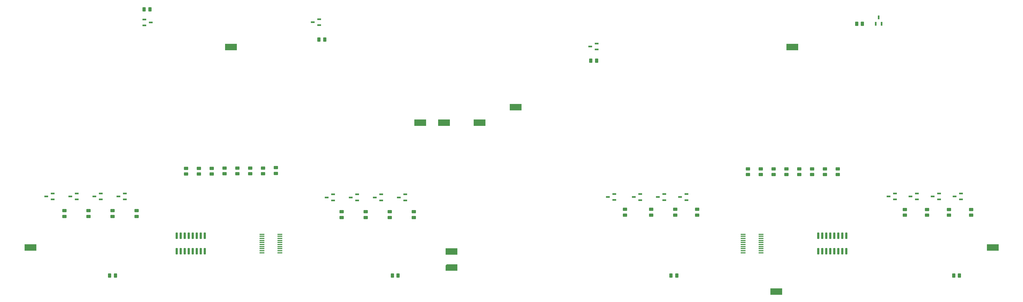
<source format=gbr>
%TF.GenerationSoftware,KiCad,Pcbnew,8.0.8-8.0.8-0~ubuntu24.04.1*%
%TF.CreationDate,2025-08-07T17:00:54-04:00*%
%TF.ProjectId,display_15_in,64697370-6c61-4795-9f31-355f696e2e6b,2*%
%TF.SameCoordinates,Original*%
%TF.FileFunction,Paste,Top*%
%TF.FilePolarity,Positive*%
%FSLAX46Y46*%
G04 Gerber Fmt 4.6, Leading zero omitted, Abs format (unit mm)*
G04 Created by KiCad (PCBNEW 8.0.8-8.0.8-0~ubuntu24.04.1) date 2025-08-07 17:00:54*
%MOMM*%
%LPD*%
G01*
G04 APERTURE LIST*
G04 Aperture macros list*
%AMRoundRect*
0 Rectangle with rounded corners*
0 $1 Rounding radius*
0 $2 $3 $4 $5 $6 $7 $8 $9 X,Y pos of 4 corners*
0 Add a 4 corners polygon primitive as box body*
4,1,4,$2,$3,$4,$5,$6,$7,$8,$9,$2,$3,0*
0 Add four circle primitives for the rounded corners*
1,1,$1+$1,$2,$3*
1,1,$1+$1,$4,$5*
1,1,$1+$1,$6,$7*
1,1,$1+$1,$8,$9*
0 Add four rect primitives between the rounded corners*
20,1,$1+$1,$2,$3,$4,$5,0*
20,1,$1+$1,$4,$5,$6,$7,0*
20,1,$1+$1,$6,$7,$8,$9,0*
20,1,$1+$1,$8,$9,$2,$3,0*%
%AMOutline5P*
0 Free polygon, 5 corners , with rotation*
0 The origin of the aperture is its center*
0 number of corners: always 5*
0 $1 to $10 corner X, Y*
0 $11 Rotation angle, in degrees counterclockwise*
0 create outline with 5 corners*
4,1,5,$1,$2,$3,$4,$5,$6,$7,$8,$9,$10,$1,$2,$11*%
%AMOutline6P*
0 Free polygon, 6 corners , with rotation*
0 The origin of the aperture is its center*
0 number of corners: always 6*
0 $1 to $12 corner X, Y*
0 $13 Rotation angle, in degrees counterclockwise*
0 create outline with 6 corners*
4,1,6,$1,$2,$3,$4,$5,$6,$7,$8,$9,$10,$11,$12,$1,$2,$13*%
%AMOutline7P*
0 Free polygon, 7 corners , with rotation*
0 The origin of the aperture is its center*
0 number of corners: always 7*
0 $1 to $14 corner X, Y*
0 $15 Rotation angle, in degrees counterclockwise*
0 create outline with 7 corners*
4,1,7,$1,$2,$3,$4,$5,$6,$7,$8,$9,$10,$11,$12,$13,$14,$1,$2,$15*%
%AMOutline8P*
0 Free polygon, 8 corners , with rotation*
0 The origin of the aperture is its center*
0 number of corners: always 8*
0 $1 to $16 corner X, Y*
0 $17 Rotation angle, in degrees counterclockwise*
0 create outline with 8 corners*
4,1,8,$1,$2,$3,$4,$5,$6,$7,$8,$9,$10,$11,$12,$13,$14,$15,$16,$1,$2,$17*%
G04 Aperture macros list end*
%ADD10RoundRect,0.250000X-0.450000X0.262500X-0.450000X-0.262500X0.450000X-0.262500X0.450000X0.262500X0*%
%ADD11RoundRect,0.250000X0.450000X-0.262500X0.450000X0.262500X-0.450000X0.262500X-0.450000X-0.262500X0*%
%ADD12R,1.168400X0.533400*%
%ADD13R,3.800000X2.000000*%
%ADD14RoundRect,0.075000X0.225000X-0.910000X0.225000X0.910000X-0.225000X0.910000X-0.225000X-0.910000X0*%
%ADD15RoundRect,0.250000X0.262500X0.450000X-0.262500X0.450000X-0.262500X-0.450000X0.262500X-0.450000X0*%
%ADD16RoundRect,0.250000X-0.262500X-0.450000X0.262500X-0.450000X0.262500X0.450000X-0.262500X0.450000X0*%
%ADD17R,0.533400X1.168400*%
%ADD18RoundRect,0.051250X0.733750X0.153750X-0.733750X0.153750X-0.733750X-0.153750X0.733750X-0.153750X0*%
%ADD19RoundRect,0.051250X-0.733750X-0.153750X0.733750X-0.153750X0.733750X0.153750X-0.733750X0.153750X0*%
%ADD20Outline5P,-1.900000X0.600000X-1.500000X1.000000X1.900000X1.000000X1.900000X-1.000000X-1.900000X-1.000000X0.000000*%
G04 APERTURE END LIST*
D10*
%TO.C,R9*%
X262763000Y-150274000D03*
X262763000Y-152099000D03*
%TD*%
%TO.C,R4*%
X92202000Y-150719099D03*
X92202000Y-152544099D03*
%TD*%
D11*
%TO.C,R25*%
X313794707Y-139272000D03*
X313794707Y-137447000D03*
%TD*%
D12*
%TO.C,M1*%
X80873600Y-147146000D03*
X80873600Y-145245998D03*
X78841600Y-146195999D03*
%TD*%
D13*
%TO.C,GND1*%
X370967000Y-162386000D03*
%TD*%
D14*
%TO.C,U4*%
X112522000Y-163591000D03*
X113792000Y-163591000D03*
X115062000Y-163591000D03*
X116332000Y-163591000D03*
X117602000Y-163591000D03*
X118872000Y-163591000D03*
X120142000Y-163591000D03*
X121412000Y-163591000D03*
X121412000Y-158641000D03*
X120142000Y-158641000D03*
X118872000Y-158641000D03*
X117602000Y-158641000D03*
X116332000Y-158641000D03*
X115062000Y-158641000D03*
X113792000Y-158641000D03*
X112522000Y-158641000D03*
%TD*%
D12*
%TO.C,M11*%
X273939000Y-147348002D03*
X273939000Y-145448000D03*
X271907000Y-146398001D03*
%TD*%
D15*
%TO.C,R35*%
X245491000Y-103204000D03*
X243666000Y-103204000D03*
%TD*%
D13*
%TO.C,PA13*%
X208407000Y-122802658D03*
%TD*%
D10*
%TO.C,R8*%
X179959000Y-151036000D03*
X179959000Y-152861000D03*
%TD*%
D15*
%TO.C,R36*%
X329715500Y-91520000D03*
X327890500Y-91520000D03*
%TD*%
D12*
%TO.C,M3*%
X96113600Y-147146000D03*
X96113600Y-145245998D03*
X94081600Y-146195999D03*
%TD*%
D10*
%TO.C,R7*%
X187579000Y-151036000D03*
X187579000Y-152861000D03*
%TD*%
D13*
%TO.C,PA12*%
X197196851Y-122802658D03*
%TD*%
D10*
%TO.C,R12*%
X270383000Y-150274000D03*
X270383000Y-152099000D03*
%TD*%
D16*
%TO.C,R34*%
X157594694Y-96476779D03*
X159419694Y-96476779D03*
%TD*%
D10*
%TO.C,R16*%
X357124000Y-150321000D03*
X357124000Y-152146000D03*
%TD*%
D12*
%TO.C,M13*%
X346964000Y-147141002D03*
X346964000Y-145241000D03*
X344932000Y-146191001D03*
%TD*%
D10*
%TO.C,R15*%
X364109000Y-150321000D03*
X364109000Y-152146000D03*
%TD*%
D11*
%TO.C,R21*%
X123571001Y-139121500D03*
X123571001Y-137296500D03*
%TD*%
D10*
%TO.C,R6*%
X164719000Y-151036000D03*
X164719000Y-152861000D03*
%TD*%
%TO.C,R5*%
X172339000Y-151036000D03*
X172339000Y-152861000D03*
%TD*%
D11*
%TO.C,R20*%
X115443001Y-139121500D03*
X115443001Y-137296500D03*
%TD*%
%TO.C,R31*%
X297538707Y-139272000D03*
X297538707Y-137447000D03*
%TD*%
D17*
%TO.C,M20*%
X333883000Y-91520000D03*
X335783002Y-91520000D03*
X334833001Y-89488000D03*
%TD*%
D10*
%TO.C,R1*%
X84582000Y-150719099D03*
X84582000Y-152544099D03*
%TD*%
D12*
%TO.C,M7*%
X184937400Y-147445802D03*
X184937400Y-145545800D03*
X182905400Y-146495801D03*
%TD*%
%TO.C,M12*%
X266954000Y-147348002D03*
X266954000Y-145448000D03*
X264922000Y-146398001D03*
%TD*%
%TO.C,M2*%
X73253600Y-147146000D03*
X73253600Y-145245998D03*
X71221600Y-146195999D03*
%TD*%
%TO.C,M18*%
X157607000Y-91962001D03*
X157607000Y-90061999D03*
X155575000Y-91012000D03*
%TD*%
D10*
%TO.C,R13*%
X350139000Y-150321000D03*
X350139000Y-152146000D03*
%TD*%
D13*
%TO.C,PA14*%
X219837000Y-117936000D03*
%TD*%
D16*
%TO.C,R43*%
X269089500Y-171276000D03*
X270914500Y-171276000D03*
%TD*%
D12*
%TO.C,M10*%
X251079000Y-147334001D03*
X251079000Y-145433999D03*
X249047000Y-146384000D03*
%TD*%
D11*
%TO.C,R29*%
X301602707Y-139272000D03*
X301602707Y-137447000D03*
%TD*%
D13*
%TO.C,GND7*%
X129667000Y-98886000D03*
%TD*%
D11*
%TO.C,R30*%
X321922707Y-139272000D03*
X321922707Y-137447000D03*
%TD*%
D16*
%TO.C,R44*%
X358624500Y-171276000D03*
X360449500Y-171276000D03*
%TD*%
D13*
%TO.C,GND6*%
X307467000Y-98886000D03*
%TD*%
D12*
%TO.C,M14*%
X339979000Y-147141002D03*
X339979000Y-145241000D03*
X337947000Y-146191001D03*
%TD*%
D13*
%TO.C,GND8*%
X199517000Y-163656000D03*
%TD*%
D12*
%TO.C,M6*%
X162077400Y-147445802D03*
X162077400Y-145545800D03*
X160045400Y-146495801D03*
%TD*%
%TO.C,M9*%
X259334000Y-147348002D03*
X259334000Y-145448000D03*
X257302000Y-146398001D03*
%TD*%
D11*
%TO.C,R27*%
X309730707Y-139272000D03*
X309730707Y-137447000D03*
%TD*%
D16*
%TO.C,R41*%
X91289500Y-171276000D03*
X93114500Y-171276000D03*
%TD*%
D10*
%TO.C,R10*%
X254508000Y-150274000D03*
X254508000Y-152099000D03*
%TD*%
D13*
%TO.C,GND5*%
X302387000Y-176356000D03*
%TD*%
D11*
%TO.C,R19*%
X131699000Y-139018000D03*
X131699000Y-137193000D03*
%TD*%
%TO.C,R22*%
X143890999Y-138914500D03*
X143890999Y-137089500D03*
%TD*%
%TO.C,R17*%
X135763000Y-139018000D03*
X135763000Y-137193000D03*
%TD*%
%TO.C,R24*%
X139827000Y-139018000D03*
X139827000Y-137193000D03*
%TD*%
D12*
%TO.C,M16*%
X353949000Y-147141002D03*
X353949000Y-145241000D03*
X351917000Y-146191001D03*
%TD*%
%TO.C,M4*%
X88493600Y-147146000D03*
X88493600Y-145245998D03*
X86461600Y-146195999D03*
%TD*%
D18*
%TO.C,U2*%
X145237000Y-164041000D03*
X145237000Y-163391000D03*
X145237000Y-162741000D03*
X145237000Y-162091000D03*
X145237000Y-161441000D03*
X145237000Y-160791000D03*
X145237000Y-160141000D03*
X145237000Y-159491000D03*
X145237000Y-158841000D03*
X145237000Y-158191000D03*
X139497000Y-158191000D03*
X139497000Y-158841000D03*
X139497000Y-159491000D03*
X139497000Y-160141000D03*
X139497000Y-160791000D03*
X139497000Y-161441000D03*
X139497000Y-162091000D03*
X139497000Y-162741000D03*
X139497000Y-163391000D03*
X139497000Y-164041000D03*
%TD*%
D11*
%TO.C,R28*%
X293474707Y-139272000D03*
X293474707Y-137447000D03*
%TD*%
D13*
%TO.C,PA11*%
X189635301Y-122807644D03*
%TD*%
D19*
%TO.C,U3*%
X291897000Y-158191000D03*
X291897000Y-158841000D03*
X291897000Y-159491000D03*
X291897000Y-160141000D03*
X291897000Y-160791000D03*
X291897000Y-161441000D03*
X291897000Y-162091000D03*
X291897000Y-162741000D03*
X291897000Y-163391000D03*
X291897000Y-164041000D03*
X297637000Y-164041000D03*
X297637000Y-163391000D03*
X297637000Y-162741000D03*
X297637000Y-162091000D03*
X297637000Y-161441000D03*
X297637000Y-160791000D03*
X297637000Y-160141000D03*
X297637000Y-159491000D03*
X297637000Y-158841000D03*
X297637000Y-158191000D03*
%TD*%
D12*
%TO.C,M19*%
X245491000Y-99648000D03*
X245491000Y-97747998D03*
X243459000Y-98697999D03*
%TD*%
D14*
%TO.C,U5*%
X315722000Y-163591000D03*
X316992000Y-163591000D03*
X318262000Y-163591000D03*
X319532000Y-163591000D03*
X320802000Y-163591000D03*
X322072000Y-163591000D03*
X323342000Y-163591000D03*
X324612000Y-163591000D03*
X324612000Y-158641000D03*
X323342000Y-158641000D03*
X322072000Y-158641000D03*
X320802000Y-158641000D03*
X319532000Y-158641000D03*
X318262000Y-158641000D03*
X316992000Y-158641000D03*
X315722000Y-158641000D03*
%TD*%
D12*
%TO.C,M5*%
X169697400Y-147445802D03*
X169697400Y-145545800D03*
X167665400Y-146495801D03*
%TD*%
D10*
%TO.C,R11*%
X277368000Y-150274000D03*
X277368000Y-152099000D03*
%TD*%
D11*
%TO.C,R18*%
X127635000Y-139018000D03*
X127635000Y-137193000D03*
%TD*%
D12*
%TO.C,M17*%
X102235000Y-90127998D03*
X102235000Y-92028000D03*
X104267000Y-91077999D03*
%TD*%
D16*
%TO.C,R42*%
X180824500Y-171276000D03*
X182649500Y-171276000D03*
%TD*%
D11*
%TO.C,R32*%
X317858707Y-139272000D03*
X317858707Y-137447000D03*
%TD*%
D10*
%TO.C,R3*%
X99822000Y-150719099D03*
X99822000Y-152544099D03*
%TD*%
D12*
%TO.C,M15*%
X360934000Y-147141002D03*
X360934000Y-145241000D03*
X358902000Y-146191001D03*
%TD*%
D10*
%TO.C,R14*%
X343154000Y-150321000D03*
X343154000Y-152146000D03*
%TD*%
D20*
%TO.C,3V4*%
X199517000Y-168736000D03*
%TD*%
D11*
%TO.C,R23*%
X119507001Y-139121500D03*
X119507001Y-137296500D03*
%TD*%
D16*
%TO.C,R33*%
X102214089Y-86891818D03*
X104039089Y-86891818D03*
%TD*%
D13*
%TO.C,GND2*%
X66167000Y-162386000D03*
%TD*%
D11*
%TO.C,R26*%
X305666707Y-139272000D03*
X305666707Y-137447000D03*
%TD*%
D12*
%TO.C,M8*%
X177317400Y-147445802D03*
X177317400Y-145545800D03*
X175285400Y-146495801D03*
%TD*%
D10*
%TO.C,R2*%
X76962000Y-150719099D03*
X76962000Y-152544099D03*
%TD*%
M02*

</source>
